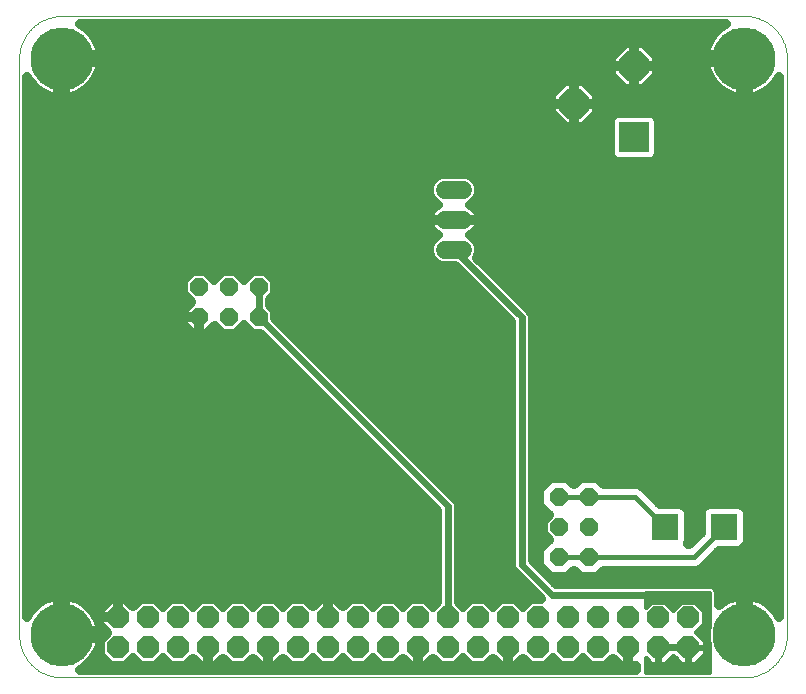
<source format=gbl>
G75*
%MOIN*%
%OFA0B0*%
%FSLAX25Y25*%
%IPPOS*%
%LPD*%
%AMOC8*
5,1,8,0,0,1.08239X$1,22.5*
%
%ADD10C,0.00000*%
%ADD11C,0.21000*%
%ADD12C,0.06000*%
%ADD13OC8,0.06000*%
%ADD14R,0.08600X0.08600*%
%ADD15R,0.10000X0.10000*%
%ADD16OC8,0.10000*%
%ADD17OC8,0.07400*%
%ADD18C,0.03200*%
%ADD19C,0.02000*%
%ADD20C,0.02400*%
%ADD21C,0.01600*%
D10*
X0016773Y0004109D02*
X0244332Y0004109D01*
X0244674Y0004113D01*
X0245017Y0004126D01*
X0245359Y0004146D01*
X0245700Y0004175D01*
X0246040Y0004212D01*
X0246380Y0004258D01*
X0246718Y0004311D01*
X0247055Y0004373D01*
X0247390Y0004443D01*
X0247724Y0004521D01*
X0248055Y0004607D01*
X0248385Y0004701D01*
X0248712Y0004803D01*
X0249036Y0004912D01*
X0249358Y0005030D01*
X0249677Y0005155D01*
X0249992Y0005288D01*
X0250305Y0005429D01*
X0250613Y0005577D01*
X0250919Y0005732D01*
X0251220Y0005895D01*
X0251517Y0006065D01*
X0251810Y0006242D01*
X0252099Y0006427D01*
X0252383Y0006618D01*
X0252663Y0006816D01*
X0252937Y0007020D01*
X0253207Y0007232D01*
X0253471Y0007449D01*
X0253730Y0007673D01*
X0253984Y0007904D01*
X0254232Y0008140D01*
X0254474Y0008382D01*
X0254710Y0008630D01*
X0254941Y0008884D01*
X0255165Y0009143D01*
X0255382Y0009407D01*
X0255594Y0009677D01*
X0255798Y0009951D01*
X0255996Y0010231D01*
X0256187Y0010515D01*
X0256372Y0010804D01*
X0256549Y0011097D01*
X0256719Y0011394D01*
X0256882Y0011695D01*
X0257037Y0012001D01*
X0257185Y0012309D01*
X0257326Y0012622D01*
X0257459Y0012937D01*
X0257584Y0013256D01*
X0257702Y0013578D01*
X0257811Y0013902D01*
X0257913Y0014229D01*
X0258007Y0014559D01*
X0258093Y0014890D01*
X0258171Y0015224D01*
X0258241Y0015559D01*
X0258303Y0015896D01*
X0258356Y0016234D01*
X0258402Y0016574D01*
X0258439Y0016914D01*
X0258468Y0017255D01*
X0258488Y0017597D01*
X0258501Y0017940D01*
X0258505Y0018282D01*
X0258506Y0018282D02*
X0258506Y0210408D01*
X0258505Y0210408D02*
X0258501Y0210750D01*
X0258488Y0211093D01*
X0258468Y0211435D01*
X0258439Y0211776D01*
X0258402Y0212116D01*
X0258356Y0212456D01*
X0258303Y0212794D01*
X0258241Y0213131D01*
X0258171Y0213466D01*
X0258093Y0213800D01*
X0258007Y0214131D01*
X0257913Y0214461D01*
X0257811Y0214788D01*
X0257702Y0215112D01*
X0257584Y0215434D01*
X0257459Y0215753D01*
X0257326Y0216068D01*
X0257185Y0216381D01*
X0257037Y0216689D01*
X0256882Y0216995D01*
X0256719Y0217296D01*
X0256549Y0217593D01*
X0256372Y0217886D01*
X0256187Y0218175D01*
X0255996Y0218459D01*
X0255798Y0218739D01*
X0255594Y0219013D01*
X0255382Y0219283D01*
X0255165Y0219547D01*
X0254941Y0219806D01*
X0254710Y0220060D01*
X0254474Y0220308D01*
X0254232Y0220550D01*
X0253984Y0220786D01*
X0253730Y0221017D01*
X0253471Y0221241D01*
X0253207Y0221458D01*
X0252937Y0221670D01*
X0252663Y0221874D01*
X0252383Y0222072D01*
X0252099Y0222263D01*
X0251810Y0222448D01*
X0251517Y0222625D01*
X0251220Y0222795D01*
X0250919Y0222958D01*
X0250613Y0223113D01*
X0250305Y0223261D01*
X0249992Y0223402D01*
X0249677Y0223535D01*
X0249358Y0223660D01*
X0249036Y0223778D01*
X0248712Y0223887D01*
X0248385Y0223989D01*
X0248055Y0224083D01*
X0247724Y0224169D01*
X0247390Y0224247D01*
X0247055Y0224317D01*
X0246718Y0224379D01*
X0246380Y0224432D01*
X0246040Y0224478D01*
X0245700Y0224515D01*
X0245359Y0224544D01*
X0245017Y0224564D01*
X0244674Y0224577D01*
X0244332Y0224581D01*
X0016773Y0224581D01*
X0016431Y0224577D01*
X0016088Y0224564D01*
X0015746Y0224544D01*
X0015405Y0224515D01*
X0015065Y0224478D01*
X0014725Y0224432D01*
X0014387Y0224379D01*
X0014050Y0224317D01*
X0013715Y0224247D01*
X0013381Y0224169D01*
X0013050Y0224083D01*
X0012720Y0223989D01*
X0012393Y0223887D01*
X0012069Y0223778D01*
X0011747Y0223660D01*
X0011428Y0223535D01*
X0011113Y0223402D01*
X0010800Y0223261D01*
X0010492Y0223113D01*
X0010186Y0222958D01*
X0009885Y0222795D01*
X0009588Y0222625D01*
X0009295Y0222448D01*
X0009006Y0222263D01*
X0008722Y0222072D01*
X0008442Y0221874D01*
X0008168Y0221670D01*
X0007898Y0221458D01*
X0007634Y0221241D01*
X0007375Y0221017D01*
X0007121Y0220786D01*
X0006873Y0220550D01*
X0006631Y0220308D01*
X0006395Y0220060D01*
X0006164Y0219806D01*
X0005940Y0219547D01*
X0005723Y0219283D01*
X0005511Y0219013D01*
X0005307Y0218739D01*
X0005109Y0218459D01*
X0004918Y0218175D01*
X0004733Y0217886D01*
X0004556Y0217593D01*
X0004386Y0217296D01*
X0004223Y0216995D01*
X0004068Y0216689D01*
X0003920Y0216381D01*
X0003779Y0216068D01*
X0003646Y0215753D01*
X0003521Y0215434D01*
X0003403Y0215112D01*
X0003294Y0214788D01*
X0003192Y0214461D01*
X0003098Y0214131D01*
X0003012Y0213800D01*
X0002934Y0213466D01*
X0002864Y0213131D01*
X0002802Y0212794D01*
X0002749Y0212456D01*
X0002703Y0212116D01*
X0002666Y0211776D01*
X0002637Y0211435D01*
X0002617Y0211093D01*
X0002604Y0210750D01*
X0002600Y0210408D01*
X0002600Y0018282D01*
X0002604Y0017940D01*
X0002617Y0017597D01*
X0002637Y0017255D01*
X0002666Y0016914D01*
X0002703Y0016574D01*
X0002749Y0016234D01*
X0002802Y0015896D01*
X0002864Y0015559D01*
X0002934Y0015224D01*
X0003012Y0014890D01*
X0003098Y0014559D01*
X0003192Y0014229D01*
X0003294Y0013902D01*
X0003403Y0013578D01*
X0003521Y0013256D01*
X0003646Y0012937D01*
X0003779Y0012622D01*
X0003920Y0012309D01*
X0004068Y0012001D01*
X0004223Y0011695D01*
X0004386Y0011394D01*
X0004556Y0011097D01*
X0004733Y0010804D01*
X0004918Y0010515D01*
X0005109Y0010231D01*
X0005307Y0009951D01*
X0005511Y0009677D01*
X0005723Y0009407D01*
X0005940Y0009143D01*
X0006164Y0008884D01*
X0006395Y0008630D01*
X0006631Y0008382D01*
X0006873Y0008140D01*
X0007121Y0007904D01*
X0007375Y0007673D01*
X0007634Y0007449D01*
X0007898Y0007232D01*
X0008168Y0007020D01*
X0008442Y0006816D01*
X0008722Y0006618D01*
X0009006Y0006427D01*
X0009295Y0006242D01*
X0009588Y0006065D01*
X0009885Y0005895D01*
X0010186Y0005732D01*
X0010492Y0005577D01*
X0010800Y0005429D01*
X0011113Y0005288D01*
X0011428Y0005155D01*
X0011747Y0005030D01*
X0012069Y0004912D01*
X0012393Y0004803D01*
X0012720Y0004701D01*
X0013050Y0004607D01*
X0013381Y0004521D01*
X0013715Y0004443D01*
X0014050Y0004373D01*
X0014387Y0004311D01*
X0014725Y0004258D01*
X0015065Y0004212D01*
X0015405Y0004175D01*
X0015746Y0004146D01*
X0016088Y0004126D01*
X0016431Y0004113D01*
X0016773Y0004109D01*
D11*
X0016773Y0018282D03*
X0016773Y0210408D03*
X0244332Y0210408D03*
X0244332Y0018282D03*
D12*
X0150600Y0146609D02*
X0144600Y0146609D01*
X0144600Y0156609D02*
X0150600Y0156609D01*
X0150600Y0166609D02*
X0144600Y0166609D01*
D13*
X0082600Y0134109D03*
X0072600Y0134109D03*
X0062600Y0134109D03*
X0062600Y0124109D03*
X0072600Y0124109D03*
X0082600Y0124109D03*
X0182600Y0064109D03*
X0192600Y0064109D03*
X0192600Y0054109D03*
X0182600Y0054109D03*
X0182600Y0044109D03*
X0192600Y0044109D03*
D14*
X0217915Y0054109D03*
X0237600Y0054109D03*
D15*
X0207600Y0184109D03*
D16*
X0187600Y0195359D03*
X0207600Y0207859D03*
D17*
X0205541Y0024117D03*
X0215541Y0024117D03*
X0225541Y0024117D03*
X0225541Y0014117D03*
X0215541Y0014117D03*
X0205541Y0014117D03*
X0195541Y0014117D03*
X0185541Y0014117D03*
X0175541Y0014117D03*
X0165541Y0014117D03*
X0155541Y0014117D03*
X0145541Y0014117D03*
X0135541Y0014117D03*
X0125541Y0014117D03*
X0115541Y0014117D03*
X0105541Y0014117D03*
X0095541Y0014117D03*
X0085541Y0014117D03*
X0075541Y0014117D03*
X0065541Y0014117D03*
X0055541Y0014117D03*
X0045541Y0014117D03*
X0035541Y0014117D03*
X0035541Y0024117D03*
X0045541Y0024117D03*
X0055541Y0024117D03*
X0065541Y0024117D03*
X0075541Y0024117D03*
X0085541Y0024117D03*
X0095541Y0024117D03*
X0105541Y0024117D03*
X0115541Y0024117D03*
X0125541Y0024117D03*
X0135541Y0024117D03*
X0145541Y0024117D03*
X0155541Y0024117D03*
X0165541Y0024117D03*
X0175541Y0024117D03*
X0185541Y0024117D03*
X0195541Y0024117D03*
D18*
X0195321Y0037540D02*
X0189879Y0037540D01*
X0187679Y0039740D01*
X0187521Y0039740D01*
X0185321Y0037540D01*
X0179879Y0037540D01*
X0176031Y0041388D01*
X0176031Y0046829D01*
X0179137Y0049935D01*
X0177200Y0051872D01*
X0177200Y0056345D01*
X0179137Y0058282D01*
X0176031Y0061388D01*
X0176031Y0066829D01*
X0179879Y0070677D01*
X0185321Y0070677D01*
X0187521Y0068477D01*
X0187679Y0068477D01*
X0189879Y0070677D01*
X0195321Y0070677D01*
X0197521Y0068477D01*
X0208784Y0068477D01*
X0210390Y0067812D01*
X0216224Y0061977D01*
X0222925Y0061977D01*
X0224236Y0061434D01*
X0225240Y0060430D01*
X0225783Y0059118D01*
X0225783Y0049099D01*
X0225526Y0048477D01*
X0225790Y0048477D01*
X0229731Y0052418D01*
X0229731Y0059118D01*
X0230275Y0060430D01*
X0231279Y0061434D01*
X0232590Y0061977D01*
X0242610Y0061977D01*
X0243921Y0061434D01*
X0244925Y0060430D01*
X0245468Y0059118D01*
X0245468Y0049099D01*
X0244925Y0047787D01*
X0243921Y0046783D01*
X0242610Y0046240D01*
X0235909Y0046240D01*
X0230075Y0040405D01*
X0228469Y0039740D01*
X0197521Y0039740D01*
X0195321Y0037540D01*
X0197073Y0039292D02*
X0255906Y0039292D01*
X0255906Y0036094D02*
X0180706Y0036094D01*
X0181591Y0035209D02*
X0173700Y0043100D01*
X0173700Y0124825D01*
X0173152Y0126148D01*
X0172139Y0127161D01*
X0155345Y0143954D01*
X0156000Y0145535D01*
X0156000Y0147683D01*
X0155178Y0149668D01*
X0153659Y0151187D01*
X0152906Y0151498D01*
X0153535Y0151819D01*
X0154248Y0152337D01*
X0154871Y0152961D01*
X0155390Y0153674D01*
X0155790Y0154459D01*
X0156062Y0155297D01*
X0156200Y0156168D01*
X0156200Y0156609D01*
X0156200Y0157049D01*
X0156062Y0157920D01*
X0155790Y0158758D01*
X0155390Y0159544D01*
X0154871Y0160257D01*
X0154248Y0160880D01*
X0153535Y0161398D01*
X0152906Y0161719D01*
X0153659Y0162031D01*
X0155178Y0163550D01*
X0156000Y0165535D01*
X0156000Y0167683D01*
X0155178Y0169668D01*
X0153659Y0171187D01*
X0151674Y0172009D01*
X0143526Y0172009D01*
X0141541Y0171187D01*
X0140022Y0169668D01*
X0139200Y0167683D01*
X0139200Y0165535D01*
X0140022Y0163550D01*
X0141541Y0162031D01*
X0142294Y0161719D01*
X0141665Y0161398D01*
X0140952Y0160880D01*
X0140329Y0160257D01*
X0139810Y0159544D01*
X0139410Y0158758D01*
X0139138Y0157920D01*
X0139000Y0157049D01*
X0139000Y0156609D01*
X0147600Y0156609D01*
X0147600Y0156609D01*
X0156200Y0156609D01*
X0147600Y0156609D01*
X0147600Y0156609D01*
X0139000Y0156609D01*
X0139000Y0156168D01*
X0139138Y0155297D01*
X0139410Y0154459D01*
X0139810Y0153674D01*
X0140329Y0152961D01*
X0140952Y0152337D01*
X0141665Y0151819D01*
X0142294Y0151498D01*
X0141541Y0151187D01*
X0140022Y0149668D01*
X0139200Y0147683D01*
X0139200Y0145535D01*
X0140022Y0143550D01*
X0141541Y0142031D01*
X0143526Y0141209D01*
X0147909Y0141209D01*
X0166500Y0122617D01*
X0166500Y0040893D01*
X0167048Y0039569D01*
X0168061Y0038557D01*
X0176401Y0030217D01*
X0173014Y0030217D01*
X0170541Y0027743D01*
X0168068Y0030217D01*
X0163014Y0030217D01*
X0160541Y0027743D01*
X0158068Y0030217D01*
X0153014Y0030217D01*
X0150541Y0027743D01*
X0149141Y0029143D01*
X0149141Y0061884D01*
X0148593Y0063207D01*
X0088000Y0123800D01*
X0088000Y0126345D01*
X0086200Y0128145D01*
X0086200Y0130072D01*
X0088000Y0131872D01*
X0088000Y0136345D01*
X0084837Y0139509D01*
X0080363Y0139509D01*
X0077600Y0136745D01*
X0074837Y0139509D01*
X0070363Y0139509D01*
X0067600Y0136745D01*
X0064837Y0139509D01*
X0060363Y0139509D01*
X0057200Y0136345D01*
X0057200Y0131872D01*
X0059822Y0129250D01*
X0057000Y0126428D01*
X0057000Y0124109D01*
X0062600Y0124109D01*
X0062600Y0124109D01*
X0057000Y0124109D01*
X0057000Y0121789D01*
X0060280Y0118509D01*
X0062600Y0118509D01*
X0064920Y0118509D01*
X0067741Y0121330D01*
X0070363Y0118709D01*
X0074837Y0118709D01*
X0077600Y0121472D01*
X0080363Y0118709D01*
X0082909Y0118709D01*
X0141941Y0059677D01*
X0141941Y0029143D01*
X0140541Y0027743D01*
X0138068Y0030217D01*
X0133014Y0030217D01*
X0130541Y0027743D01*
X0128068Y0030217D01*
X0123014Y0030217D01*
X0120541Y0027743D01*
X0118068Y0030217D01*
X0113014Y0030217D01*
X0110682Y0027885D01*
X0108150Y0030417D01*
X0105541Y0030417D01*
X0102931Y0030417D01*
X0100400Y0027885D01*
X0098068Y0030217D01*
X0093014Y0030217D01*
X0090541Y0027743D01*
X0088068Y0030217D01*
X0083014Y0030217D01*
X0080541Y0027743D01*
X0078068Y0030217D01*
X0073014Y0030217D01*
X0070541Y0027743D01*
X0068068Y0030217D01*
X0063014Y0030217D01*
X0060541Y0027743D01*
X0058068Y0030217D01*
X0053014Y0030217D01*
X0050541Y0027743D01*
X0048068Y0030217D01*
X0043014Y0030217D01*
X0040682Y0027885D01*
X0038150Y0030417D01*
X0035541Y0030417D01*
X0032931Y0030417D01*
X0029241Y0026726D01*
X0029241Y0024117D01*
X0035541Y0024117D01*
X0035541Y0024117D01*
X0035541Y0030417D01*
X0035541Y0024117D01*
X0035541Y0024116D01*
X0029241Y0024116D01*
X0029241Y0022309D01*
X0029122Y0022700D01*
X0028630Y0023890D01*
X0028023Y0025025D01*
X0027308Y0026095D01*
X0026491Y0027090D01*
X0025581Y0028000D01*
X0024586Y0028817D01*
X0023516Y0029532D01*
X0022381Y0030138D01*
X0021192Y0030631D01*
X0019960Y0031005D01*
X0018698Y0031256D01*
X0017929Y0031331D01*
X0017929Y0019438D01*
X0015617Y0019438D01*
X0015617Y0031331D01*
X0014849Y0031256D01*
X0013586Y0031005D01*
X0012355Y0030631D01*
X0011165Y0030138D01*
X0010030Y0029532D01*
X0008960Y0028817D01*
X0007965Y0028000D01*
X0007055Y0027090D01*
X0006239Y0026095D01*
X0005523Y0025025D01*
X0005200Y0024420D01*
X0005200Y0204270D01*
X0005523Y0203665D01*
X0006239Y0202595D01*
X0007055Y0201600D01*
X0007965Y0200690D01*
X0008960Y0199873D01*
X0010030Y0199158D01*
X0011165Y0198551D01*
X0012355Y0198059D01*
X0013586Y0197685D01*
X0014849Y0197434D01*
X0015617Y0197358D01*
X0015617Y0209252D01*
X0017929Y0209252D01*
X0017929Y0197358D01*
X0018698Y0197434D01*
X0019960Y0197685D01*
X0021192Y0198059D01*
X0022381Y0198551D01*
X0023516Y0199158D01*
X0024586Y0199873D01*
X0025581Y0200690D01*
X0026491Y0201600D01*
X0027308Y0202595D01*
X0028023Y0203665D01*
X0028630Y0204800D01*
X0029122Y0205989D01*
X0029496Y0207221D01*
X0029747Y0208483D01*
X0029823Y0209252D01*
X0017929Y0209252D01*
X0017929Y0211564D01*
X0029823Y0211564D01*
X0029747Y0212332D01*
X0029496Y0213595D01*
X0029122Y0214826D01*
X0028630Y0216016D01*
X0028023Y0217151D01*
X0027308Y0218221D01*
X0026491Y0219216D01*
X0025581Y0220126D01*
X0024586Y0220943D01*
X0023516Y0221658D01*
X0022911Y0221981D01*
X0238195Y0221981D01*
X0237589Y0221658D01*
X0236519Y0220943D01*
X0235524Y0220126D01*
X0234614Y0219216D01*
X0233798Y0218221D01*
X0233082Y0217151D01*
X0232476Y0216016D01*
X0231983Y0214826D01*
X0231610Y0213595D01*
X0231358Y0212332D01*
X0231283Y0211564D01*
X0243176Y0211564D01*
X0243176Y0209252D01*
X0231283Y0209252D01*
X0231358Y0208483D01*
X0231610Y0207221D01*
X0231983Y0205989D01*
X0232476Y0204800D01*
X0233082Y0203665D01*
X0233798Y0202595D01*
X0234614Y0201600D01*
X0235524Y0200690D01*
X0236519Y0199873D01*
X0237589Y0199158D01*
X0238725Y0198551D01*
X0239914Y0198059D01*
X0241145Y0197685D01*
X0242408Y0197434D01*
X0243176Y0197358D01*
X0243176Y0209252D01*
X0245488Y0209252D01*
X0245488Y0197358D01*
X0246257Y0197434D01*
X0247519Y0197685D01*
X0248751Y0198059D01*
X0249940Y0198551D01*
X0251075Y0199158D01*
X0252145Y0199873D01*
X0253140Y0200690D01*
X0254050Y0201600D01*
X0254867Y0202595D01*
X0255582Y0203665D01*
X0255906Y0204270D01*
X0255906Y0024420D01*
X0255582Y0025025D01*
X0254867Y0026095D01*
X0254050Y0027090D01*
X0253140Y0028000D01*
X0252145Y0028817D01*
X0251075Y0029532D01*
X0249940Y0030138D01*
X0248751Y0030631D01*
X0247519Y0031005D01*
X0246257Y0031256D01*
X0245488Y0031331D01*
X0245488Y0019438D01*
X0243176Y0019438D01*
X0243176Y0031331D01*
X0242408Y0031256D01*
X0241145Y0031005D01*
X0239914Y0030631D01*
X0238725Y0030138D01*
X0237589Y0029532D01*
X0236519Y0028817D01*
X0235800Y0028226D01*
X0235800Y0032777D01*
X0235313Y0033953D01*
X0234413Y0034853D01*
X0233237Y0035340D01*
X0210782Y0035340D01*
X0210465Y0035209D01*
X0181591Y0035209D01*
X0178127Y0039292D02*
X0177508Y0039292D01*
X0176031Y0042491D02*
X0174309Y0042491D01*
X0173700Y0045689D02*
X0176031Y0045689D01*
X0178090Y0048888D02*
X0173700Y0048888D01*
X0173700Y0052086D02*
X0177200Y0052086D01*
X0177200Y0055285D02*
X0173700Y0055285D01*
X0173700Y0058483D02*
X0178936Y0058483D01*
X0176031Y0061682D02*
X0173700Y0061682D01*
X0173700Y0064880D02*
X0176031Y0064880D01*
X0177281Y0068079D02*
X0173700Y0068079D01*
X0173700Y0071277D02*
X0255906Y0071277D01*
X0255906Y0068079D02*
X0209745Y0068079D01*
X0213321Y0064880D02*
X0255906Y0064880D01*
X0255906Y0061682D02*
X0243323Y0061682D01*
X0245468Y0058483D02*
X0255906Y0058483D01*
X0255906Y0055285D02*
X0245468Y0055285D01*
X0245468Y0052086D02*
X0255906Y0052086D01*
X0255906Y0048888D02*
X0245381Y0048888D01*
X0235359Y0045689D02*
X0255906Y0045689D01*
X0255906Y0042491D02*
X0232160Y0042491D01*
X0226201Y0048888D02*
X0225696Y0048888D01*
X0225783Y0052086D02*
X0229400Y0052086D01*
X0229731Y0055285D02*
X0225783Y0055285D01*
X0225783Y0058483D02*
X0229731Y0058483D01*
X0231877Y0061682D02*
X0223638Y0061682D01*
X0235751Y0032895D02*
X0255906Y0032895D01*
X0255906Y0029697D02*
X0250766Y0029697D01*
X0254536Y0026498D02*
X0255906Y0026498D01*
X0245488Y0026498D02*
X0243176Y0026498D01*
X0243176Y0029697D02*
X0245488Y0029697D01*
X0245488Y0023300D02*
X0243176Y0023300D01*
X0243176Y0020101D02*
X0245488Y0020101D01*
X0237898Y0029697D02*
X0235800Y0029697D01*
X0208219Y0007885D02*
X0208219Y0006709D01*
X0022911Y0006709D01*
X0023516Y0007032D01*
X0024586Y0007747D01*
X0025581Y0008564D01*
X0026491Y0009474D01*
X0027308Y0010469D01*
X0028023Y0011539D01*
X0028630Y0012674D01*
X0029122Y0013863D01*
X0029441Y0014914D01*
X0029441Y0011590D01*
X0033014Y0008017D01*
X0038068Y0008017D01*
X0040541Y0010490D01*
X0043014Y0008017D01*
X0048068Y0008017D01*
X0050541Y0010490D01*
X0053014Y0008017D01*
X0058068Y0008017D01*
X0060400Y0010348D01*
X0062931Y0007817D01*
X0065541Y0007817D01*
X0068150Y0007817D01*
X0070682Y0010348D01*
X0073014Y0008017D01*
X0078068Y0008017D01*
X0080400Y0010348D01*
X0082931Y0007817D01*
X0085541Y0007817D01*
X0088150Y0007817D01*
X0090682Y0010348D01*
X0093014Y0008017D01*
X0098068Y0008017D01*
X0100541Y0010490D01*
X0103014Y0008017D01*
X0108068Y0008017D01*
X0110541Y0010490D01*
X0113014Y0008017D01*
X0118068Y0008017D01*
X0120541Y0010490D01*
X0123014Y0008017D01*
X0128068Y0008017D01*
X0130400Y0010348D01*
X0132931Y0007817D01*
X0135541Y0007817D01*
X0138150Y0007817D01*
X0140682Y0010348D01*
X0143014Y0008017D01*
X0148068Y0008017D01*
X0150541Y0010490D01*
X0153014Y0008017D01*
X0158068Y0008017D01*
X0160400Y0010348D01*
X0162931Y0007817D01*
X0165541Y0007817D01*
X0168150Y0007817D01*
X0170682Y0010348D01*
X0173014Y0008017D01*
X0178068Y0008017D01*
X0180541Y0010490D01*
X0183014Y0008017D01*
X0188068Y0008017D01*
X0190541Y0010490D01*
X0193014Y0008017D01*
X0198068Y0008017D01*
X0200400Y0010348D01*
X0202931Y0007817D01*
X0205541Y0007817D01*
X0208150Y0007817D01*
X0208219Y0007885D01*
X0208219Y0007307D02*
X0023928Y0007307D01*
X0027333Y0010506D02*
X0030525Y0010506D01*
X0029441Y0013704D02*
X0029056Y0013704D01*
X0029812Y0017014D02*
X0029823Y0017126D01*
X0017929Y0017126D01*
X0017929Y0019438D01*
X0029823Y0019438D01*
X0029747Y0020206D01*
X0029550Y0021198D01*
X0031773Y0018975D01*
X0029812Y0017014D01*
X0029757Y0020101D02*
X0030647Y0020101D01*
X0029241Y0023300D02*
X0028874Y0023300D01*
X0029241Y0026498D02*
X0026977Y0026498D01*
X0023207Y0029697D02*
X0032212Y0029697D01*
X0035541Y0029697D02*
X0035541Y0029697D01*
X0035541Y0026498D02*
X0035541Y0026498D01*
X0038870Y0029697D02*
X0042494Y0029697D01*
X0048587Y0029697D02*
X0052494Y0029697D01*
X0058587Y0029697D02*
X0062494Y0029697D01*
X0068587Y0029697D02*
X0072494Y0029697D01*
X0078587Y0029697D02*
X0082494Y0029697D01*
X0088587Y0029697D02*
X0092494Y0029697D01*
X0098587Y0029697D02*
X0102212Y0029697D01*
X0105541Y0029697D02*
X0105541Y0029697D01*
X0105541Y0030417D02*
X0105541Y0024117D01*
X0105541Y0024117D01*
X0105541Y0030417D01*
X0108870Y0029697D02*
X0112494Y0029697D01*
X0118587Y0029697D02*
X0122494Y0029697D01*
X0128587Y0029697D02*
X0132494Y0029697D01*
X0138587Y0029697D02*
X0141941Y0029697D01*
X0141941Y0032895D02*
X0005200Y0032895D01*
X0005200Y0029697D02*
X0010339Y0029697D01*
X0006569Y0026498D02*
X0005200Y0026498D01*
X0005200Y0036094D02*
X0141941Y0036094D01*
X0141941Y0039292D02*
X0005200Y0039292D01*
X0005200Y0042491D02*
X0141941Y0042491D01*
X0141941Y0045689D02*
X0005200Y0045689D01*
X0005200Y0048888D02*
X0141941Y0048888D01*
X0141941Y0052086D02*
X0005200Y0052086D01*
X0005200Y0055285D02*
X0141941Y0055285D01*
X0141941Y0058483D02*
X0005200Y0058483D01*
X0005200Y0061682D02*
X0139936Y0061682D01*
X0136737Y0064880D02*
X0005200Y0064880D01*
X0005200Y0068079D02*
X0133539Y0068079D01*
X0130340Y0071277D02*
X0005200Y0071277D01*
X0005200Y0074476D02*
X0127142Y0074476D01*
X0123943Y0077674D02*
X0005200Y0077674D01*
X0005200Y0080873D02*
X0120745Y0080873D01*
X0117546Y0084071D02*
X0005200Y0084071D01*
X0005200Y0087270D02*
X0114348Y0087270D01*
X0111149Y0090468D02*
X0005200Y0090468D01*
X0005200Y0093667D02*
X0107951Y0093667D01*
X0104752Y0096865D02*
X0005200Y0096865D01*
X0005200Y0100064D02*
X0101553Y0100064D01*
X0098355Y0103263D02*
X0005200Y0103263D01*
X0005200Y0106461D02*
X0095156Y0106461D01*
X0091958Y0109660D02*
X0005200Y0109660D01*
X0005200Y0112858D02*
X0088759Y0112858D01*
X0085561Y0116057D02*
X0005200Y0116057D01*
X0005200Y0119255D02*
X0059534Y0119255D01*
X0062600Y0119255D02*
X0062600Y0119255D01*
X0062600Y0118509D02*
X0062600Y0124109D01*
X0062600Y0124109D01*
X0062600Y0118509D01*
X0065666Y0119255D02*
X0069817Y0119255D01*
X0075383Y0119255D02*
X0079817Y0119255D01*
X0088000Y0125652D02*
X0163465Y0125652D01*
X0166500Y0122454D02*
X0089346Y0122454D01*
X0092545Y0119255D02*
X0166500Y0119255D01*
X0166500Y0116057D02*
X0095743Y0116057D01*
X0098942Y0112858D02*
X0166500Y0112858D01*
X0166500Y0109660D02*
X0102140Y0109660D01*
X0105339Y0106461D02*
X0166500Y0106461D01*
X0166500Y0103263D02*
X0108537Y0103263D01*
X0111736Y0100064D02*
X0166500Y0100064D01*
X0166500Y0096865D02*
X0114934Y0096865D01*
X0118133Y0093667D02*
X0166500Y0093667D01*
X0166500Y0090468D02*
X0121331Y0090468D01*
X0124530Y0087270D02*
X0166500Y0087270D01*
X0166500Y0084071D02*
X0127728Y0084071D01*
X0130927Y0080873D02*
X0166500Y0080873D01*
X0166500Y0077674D02*
X0134125Y0077674D01*
X0137324Y0074476D02*
X0166500Y0074476D01*
X0166500Y0071277D02*
X0140522Y0071277D01*
X0143721Y0068079D02*
X0166500Y0068079D01*
X0166500Y0064880D02*
X0146919Y0064880D01*
X0149141Y0061682D02*
X0166500Y0061682D01*
X0166500Y0058483D02*
X0149141Y0058483D01*
X0149141Y0055285D02*
X0166500Y0055285D01*
X0166500Y0052086D02*
X0149141Y0052086D01*
X0149141Y0048888D02*
X0166500Y0048888D01*
X0166500Y0045689D02*
X0149141Y0045689D01*
X0149141Y0042491D02*
X0166500Y0042491D01*
X0167325Y0039292D02*
X0149141Y0039292D01*
X0149141Y0036094D02*
X0170524Y0036094D01*
X0173722Y0032895D02*
X0149141Y0032895D01*
X0149141Y0029697D02*
X0152494Y0029697D01*
X0158587Y0029697D02*
X0162494Y0029697D01*
X0168587Y0029697D02*
X0172494Y0029697D01*
X0187073Y0039292D02*
X0188127Y0039292D01*
X0205541Y0014116D02*
X0205541Y0014116D01*
X0205541Y0007817D01*
X0205541Y0014116D01*
X0205541Y0013704D02*
X0205541Y0013704D01*
X0205541Y0010506D02*
X0205541Y0010506D01*
X0165541Y0010506D02*
X0165541Y0010506D01*
X0165541Y0007817D02*
X0165541Y0014116D01*
X0165541Y0014116D01*
X0165541Y0007817D01*
X0165541Y0013704D02*
X0165541Y0013704D01*
X0135541Y0013704D02*
X0135541Y0013704D01*
X0135541Y0014116D02*
X0135541Y0007817D01*
X0135541Y0014116D01*
X0135541Y0014116D01*
X0135541Y0010506D02*
X0135541Y0010506D01*
X0105541Y0026498D02*
X0105541Y0026498D01*
X0085541Y0014116D02*
X0085541Y0007817D01*
X0085541Y0014116D01*
X0085541Y0014116D01*
X0085541Y0013704D02*
X0085541Y0013704D01*
X0085541Y0010506D02*
X0085541Y0010506D01*
X0065541Y0010506D02*
X0065541Y0010506D01*
X0065541Y0007817D02*
X0065541Y0014116D01*
X0065541Y0014116D01*
X0065541Y0007817D01*
X0065541Y0013704D02*
X0065541Y0013704D01*
X0017929Y0020101D02*
X0015617Y0020101D01*
X0015617Y0023300D02*
X0017929Y0023300D01*
X0017929Y0026498D02*
X0015617Y0026498D01*
X0015617Y0029697D02*
X0017929Y0029697D01*
X0005200Y0122454D02*
X0057000Y0122454D01*
X0057000Y0125652D02*
X0005200Y0125652D01*
X0005200Y0128851D02*
X0059422Y0128851D01*
X0057200Y0132049D02*
X0005200Y0132049D01*
X0005200Y0135248D02*
X0057200Y0135248D01*
X0059301Y0138446D02*
X0005200Y0138446D01*
X0005200Y0141645D02*
X0142473Y0141645D01*
X0139486Y0144843D02*
X0005200Y0144843D01*
X0005200Y0148042D02*
X0139349Y0148042D01*
X0141671Y0151240D02*
X0005200Y0151240D01*
X0005200Y0154439D02*
X0139421Y0154439D01*
X0139093Y0157637D02*
X0005200Y0157637D01*
X0005200Y0160836D02*
X0140907Y0160836D01*
X0139821Y0164034D02*
X0005200Y0164034D01*
X0005200Y0167233D02*
X0139200Y0167233D01*
X0140786Y0170431D02*
X0005200Y0170431D01*
X0005200Y0173630D02*
X0255906Y0173630D01*
X0255906Y0176828D02*
X0214809Y0176828D01*
X0214398Y0176417D02*
X0215291Y0177310D01*
X0215775Y0178477D01*
X0215775Y0189740D01*
X0215291Y0190907D01*
X0214398Y0191800D01*
X0213232Y0192283D01*
X0201968Y0192283D01*
X0200802Y0191800D01*
X0199909Y0190907D01*
X0199425Y0189740D01*
X0199425Y0178477D01*
X0199909Y0177310D01*
X0200802Y0176417D01*
X0201968Y0175934D01*
X0213232Y0175934D01*
X0214398Y0176417D01*
X0215775Y0180027D02*
X0255906Y0180027D01*
X0255906Y0183225D02*
X0215775Y0183225D01*
X0215775Y0186424D02*
X0255906Y0186424D01*
X0255906Y0189622D02*
X0215775Y0189622D01*
X0210748Y0200259D02*
X0207600Y0200259D01*
X0207600Y0207859D01*
X0207600Y0215459D01*
X0204452Y0215459D01*
X0200000Y0211007D01*
X0200000Y0207859D01*
X0207600Y0207859D01*
X0207600Y0207859D01*
X0207600Y0215459D01*
X0210748Y0215459D01*
X0215200Y0211007D01*
X0215200Y0207859D01*
X0207600Y0207859D01*
X0207600Y0207859D01*
X0207600Y0207859D01*
X0200000Y0207859D01*
X0200000Y0204711D01*
X0204452Y0200259D01*
X0207600Y0200259D01*
X0207600Y0207859D01*
X0215200Y0207859D01*
X0215200Y0204711D01*
X0210748Y0200259D01*
X0212906Y0202416D02*
X0233944Y0202416D01*
X0232138Y0205615D02*
X0215200Y0205615D01*
X0215200Y0208813D02*
X0231326Y0208813D01*
X0231327Y0212012D02*
X0214195Y0212012D01*
X0210996Y0215210D02*
X0232142Y0215210D01*
X0233952Y0218409D02*
X0027154Y0218409D01*
X0023591Y0221607D02*
X0237514Y0221607D01*
X0243176Y0208813D02*
X0245488Y0208813D01*
X0245488Y0205615D02*
X0243176Y0205615D01*
X0243176Y0202416D02*
X0245488Y0202416D01*
X0245488Y0199218D02*
X0243176Y0199218D01*
X0237500Y0199218D02*
X0194489Y0199218D01*
X0195200Y0198507D02*
X0190748Y0202959D01*
X0187600Y0202959D01*
X0184452Y0202959D01*
X0180000Y0198507D01*
X0180000Y0195359D01*
X0187600Y0195359D01*
X0187600Y0202959D01*
X0187600Y0195359D01*
X0187600Y0195359D01*
X0187600Y0195359D01*
X0195200Y0195359D01*
X0195200Y0198507D01*
X0195200Y0196019D02*
X0255906Y0196019D01*
X0255906Y0192821D02*
X0195200Y0192821D01*
X0195200Y0192211D02*
X0195200Y0195359D01*
X0187600Y0195359D01*
X0187600Y0195359D01*
X0180000Y0195359D01*
X0180000Y0192211D01*
X0184452Y0187759D01*
X0187600Y0187759D01*
X0190748Y0187759D01*
X0195200Y0192211D01*
X0192612Y0189622D02*
X0199425Y0189622D01*
X0199425Y0186424D02*
X0005200Y0186424D01*
X0005200Y0183225D02*
X0199425Y0183225D01*
X0199425Y0180027D02*
X0005200Y0180027D01*
X0005200Y0176828D02*
X0200391Y0176828D01*
X0187600Y0187759D02*
X0187600Y0195359D01*
X0187600Y0195359D01*
X0187600Y0187759D01*
X0187600Y0189622D02*
X0187600Y0189622D01*
X0187600Y0192821D02*
X0187600Y0192821D01*
X0187600Y0196019D02*
X0187600Y0196019D01*
X0187600Y0199218D02*
X0187600Y0199218D01*
X0187600Y0202416D02*
X0187600Y0202416D01*
X0183910Y0202416D02*
X0027161Y0202416D01*
X0028967Y0205615D02*
X0200000Y0205615D01*
X0202294Y0202416D02*
X0191290Y0202416D01*
X0200000Y0208813D02*
X0029780Y0208813D01*
X0029779Y0212012D02*
X0201005Y0212012D01*
X0204204Y0215210D02*
X0028963Y0215210D01*
X0017929Y0208813D02*
X0015617Y0208813D01*
X0015617Y0205615D02*
X0017929Y0205615D01*
X0017929Y0202416D02*
X0015617Y0202416D01*
X0015617Y0199218D02*
X0017929Y0199218D01*
X0023606Y0199218D02*
X0180711Y0199218D01*
X0180000Y0196019D02*
X0005200Y0196019D01*
X0005200Y0192821D02*
X0180000Y0192821D01*
X0182588Y0189622D02*
X0005200Y0189622D01*
X0005200Y0199218D02*
X0009941Y0199218D01*
X0006385Y0202416D02*
X0005200Y0202416D01*
X0065899Y0138446D02*
X0069301Y0138446D01*
X0075899Y0138446D02*
X0079301Y0138446D01*
X0085899Y0138446D02*
X0150671Y0138446D01*
X0153870Y0135248D02*
X0088000Y0135248D01*
X0088000Y0132049D02*
X0157068Y0132049D01*
X0160267Y0128851D02*
X0086200Y0128851D01*
X0062600Y0122454D02*
X0062600Y0122454D01*
X0153529Y0151240D02*
X0255906Y0151240D01*
X0255906Y0154439D02*
X0155779Y0154439D01*
X0156107Y0157637D02*
X0255906Y0157637D01*
X0255906Y0160836D02*
X0154293Y0160836D01*
X0155379Y0164034D02*
X0255906Y0164034D01*
X0255906Y0167233D02*
X0156000Y0167233D01*
X0154414Y0170431D02*
X0255906Y0170431D01*
X0255906Y0148042D02*
X0155851Y0148042D01*
X0155714Y0144843D02*
X0255906Y0144843D01*
X0255906Y0141645D02*
X0157655Y0141645D01*
X0160854Y0138446D02*
X0255906Y0138446D01*
X0255906Y0135248D02*
X0164052Y0135248D01*
X0167251Y0132049D02*
X0255906Y0132049D01*
X0255906Y0128851D02*
X0170449Y0128851D01*
X0173357Y0125652D02*
X0255906Y0125652D01*
X0255906Y0122454D02*
X0173700Y0122454D01*
X0173700Y0119255D02*
X0255906Y0119255D01*
X0255906Y0116057D02*
X0173700Y0116057D01*
X0173700Y0112858D02*
X0255906Y0112858D01*
X0255906Y0109660D02*
X0173700Y0109660D01*
X0173700Y0106461D02*
X0255906Y0106461D01*
X0255906Y0103263D02*
X0173700Y0103263D01*
X0173700Y0100064D02*
X0255906Y0100064D01*
X0255906Y0096865D02*
X0173700Y0096865D01*
X0173700Y0093667D02*
X0255906Y0093667D01*
X0255906Y0090468D02*
X0173700Y0090468D01*
X0173700Y0087270D02*
X0255906Y0087270D01*
X0255906Y0084071D02*
X0173700Y0084071D01*
X0173700Y0080873D02*
X0255906Y0080873D01*
X0255906Y0077674D02*
X0173700Y0077674D01*
X0173700Y0074476D02*
X0255906Y0074476D01*
X0255906Y0199218D02*
X0251165Y0199218D01*
X0254721Y0202416D02*
X0255906Y0202416D01*
X0207600Y0202416D02*
X0207600Y0202416D01*
X0207600Y0205615D02*
X0207600Y0205615D01*
X0207600Y0207859D02*
X0207600Y0207859D01*
X0207600Y0208813D02*
X0207600Y0208813D01*
X0207600Y0212012D02*
X0207600Y0212012D01*
X0207600Y0215210D02*
X0207600Y0215210D01*
D19*
X0195100Y0201609D03*
X0177600Y0191609D03*
X0175100Y0171609D03*
X0155100Y0176609D03*
X0135100Y0176609D03*
X0130100Y0196609D03*
X0107600Y0199109D03*
X0125100Y0219109D03*
X0150100Y0219109D03*
X0152600Y0199109D03*
X0175100Y0219109D03*
X0225100Y0216609D03*
X0225100Y0191609D03*
X0225100Y0176609D03*
X0252600Y0171609D03*
X0252600Y0191609D03*
X0175100Y0134109D03*
X0162600Y0144109D03*
X0145100Y0136609D03*
X0160100Y0124109D03*
X0162600Y0106609D03*
X0177600Y0109109D03*
X0185100Y0094109D03*
X0197600Y0091609D03*
X0200100Y0106609D03*
X0220100Y0111609D03*
X0190100Y0074109D03*
X0177600Y0081609D03*
X0162600Y0089109D03*
X0140100Y0074109D03*
X0132600Y0089109D03*
X0115100Y0106609D03*
X0102600Y0086609D03*
X0120100Y0066609D03*
X0135100Y0054109D03*
X0135100Y0034109D03*
X0152600Y0034109D03*
X0165572Y0043400D03*
X0175100Y0044109D03*
X0187600Y0036609D03*
X0172600Y0031609D03*
X0155100Y0049109D03*
X0165100Y0064109D03*
X0140100Y0111609D03*
X0125100Y0129109D03*
X0100100Y0129109D03*
X0080100Y0111609D03*
X0062600Y0094109D03*
X0042600Y0089109D03*
X0025100Y0106609D03*
X0007600Y0116609D03*
X0025100Y0136609D03*
X0007600Y0149109D03*
X0027600Y0171609D03*
X0007600Y0176609D03*
X0007600Y0194109D03*
X0032600Y0194109D03*
X0047600Y0209109D03*
X0032600Y0219109D03*
X0052600Y0181609D03*
X0077600Y0199109D03*
X0077600Y0219109D03*
X0100100Y0179109D03*
X0080100Y0159109D03*
X0102600Y0154109D03*
X0050100Y0151609D03*
X0045100Y0116609D03*
X0010100Y0086609D03*
X0010100Y0064109D03*
X0010100Y0041609D03*
X0032600Y0046609D03*
X0042600Y0031609D03*
X0055100Y0041609D03*
X0060100Y0031609D03*
X0075100Y0046609D03*
X0080100Y0031609D03*
X0100100Y0031609D03*
X0110100Y0044109D03*
X0097600Y0061609D03*
X0077600Y0076609D03*
X0047600Y0066609D03*
X0030100Y0009109D03*
X0060887Y0007928D03*
X0090494Y0008321D03*
X0120887Y0007928D03*
X0150631Y0008321D03*
X0181025Y0008715D03*
X0200887Y0008321D03*
X0237856Y0033183D03*
X0255100Y0031609D03*
D20*
X0231340Y0028518D02*
X0230425Y0029433D01*
X0230425Y0031609D01*
X0180100Y0031609D01*
X0170100Y0041609D01*
X0170100Y0124109D01*
X0147600Y0146609D01*
X0082600Y0134109D02*
X0082600Y0124109D01*
X0145541Y0061168D01*
X0145541Y0024117D01*
X0215541Y0014117D02*
X0225541Y0014117D01*
X0230425Y0029433D02*
X0228250Y0031609D01*
D21*
X0227736Y0029417D02*
X0223346Y0029417D01*
X0220541Y0026612D01*
X0217736Y0029417D01*
X0213346Y0029417D01*
X0211419Y0027490D01*
X0211419Y0032140D01*
X0232600Y0032140D01*
X0232600Y0021247D01*
X0232232Y0019875D01*
X0232232Y0016689D01*
X0232600Y0015317D01*
X0232600Y0005909D01*
X0211419Y0005909D01*
X0211419Y0010460D01*
X0213263Y0008617D01*
X0215341Y0008617D01*
X0215341Y0013916D01*
X0215741Y0013916D01*
X0215741Y0008617D01*
X0217819Y0008617D01*
X0220541Y0011338D01*
X0223263Y0008617D01*
X0225341Y0008617D01*
X0225341Y0013916D01*
X0225741Y0013916D01*
X0225741Y0008617D01*
X0227819Y0008617D01*
X0231041Y0011838D01*
X0231041Y0013917D01*
X0225741Y0013917D01*
X0225741Y0014317D01*
X0231041Y0014317D01*
X0231041Y0016395D01*
X0228178Y0019258D01*
X0230841Y0021921D01*
X0230841Y0026312D01*
X0227736Y0029417D01*
X0229066Y0028086D02*
X0232600Y0028086D01*
X0232600Y0026488D02*
X0230665Y0026488D01*
X0230841Y0024889D02*
X0232600Y0024889D01*
X0232600Y0023291D02*
X0230841Y0023291D01*
X0230612Y0021692D02*
X0232600Y0021692D01*
X0232291Y0020094D02*
X0229013Y0020094D01*
X0228940Y0018495D02*
X0232232Y0018495D01*
X0232232Y0016897D02*
X0230539Y0016897D01*
X0231041Y0015298D02*
X0232600Y0015298D01*
X0232600Y0013700D02*
X0231041Y0013700D01*
X0231041Y0012101D02*
X0232600Y0012101D01*
X0232600Y0010503D02*
X0229705Y0010503D01*
X0228107Y0008904D02*
X0232600Y0008904D01*
X0232600Y0007306D02*
X0211419Y0007306D01*
X0211419Y0008904D02*
X0212975Y0008904D01*
X0215341Y0008904D02*
X0215741Y0008904D01*
X0215741Y0010503D02*
X0215341Y0010503D01*
X0215341Y0012101D02*
X0215741Y0012101D01*
X0215741Y0013700D02*
X0215341Y0013700D01*
X0215741Y0013917D02*
X0215741Y0014317D01*
X0220041Y0014317D01*
X0225341Y0014317D01*
X0225341Y0013917D01*
X0215741Y0013917D01*
X0219705Y0010503D02*
X0221377Y0010503D01*
X0222975Y0008904D02*
X0218107Y0008904D01*
X0225341Y0008904D02*
X0225741Y0008904D01*
X0225741Y0010503D02*
X0225341Y0010503D01*
X0225341Y0012101D02*
X0225741Y0012101D01*
X0225741Y0013700D02*
X0225341Y0013700D01*
X0222015Y0028086D02*
X0219066Y0028086D01*
X0212015Y0028086D02*
X0211419Y0028086D01*
X0211419Y0029685D02*
X0232600Y0029685D01*
X0232600Y0031283D02*
X0211419Y0031283D01*
X0227600Y0044109D02*
X0192600Y0044109D01*
X0182600Y0044109D01*
X0182600Y0064109D02*
X0192600Y0064109D01*
X0207915Y0064109D01*
X0217915Y0054109D01*
X0227600Y0044109D02*
X0237600Y0054109D01*
M02*

</source>
